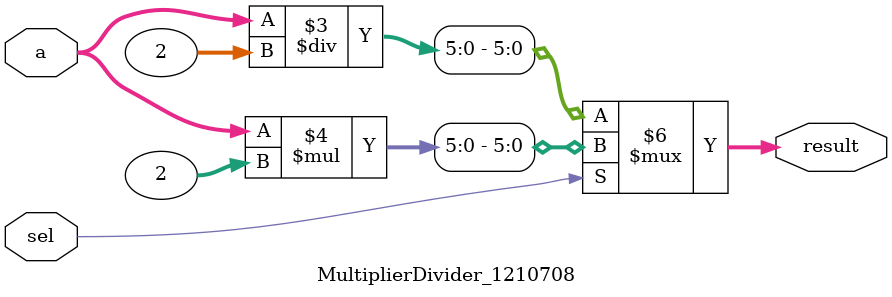
<source format=v>
module MultiplierDivider_1210708 #(parameter n =4) (input signed [n:0] a,
                           input sel,
                           output reg signed [n+1:0] result);
     //A module that multiply or divide a number by 2  based on selection     
	always @* begin
		if (sel == 0) 
			result = a /2; //divide the number by 2 if the selection is zero
		else 
			result = a * 2;//multiply the number by 2 if the selection is zero
	end

endmodule

</source>
